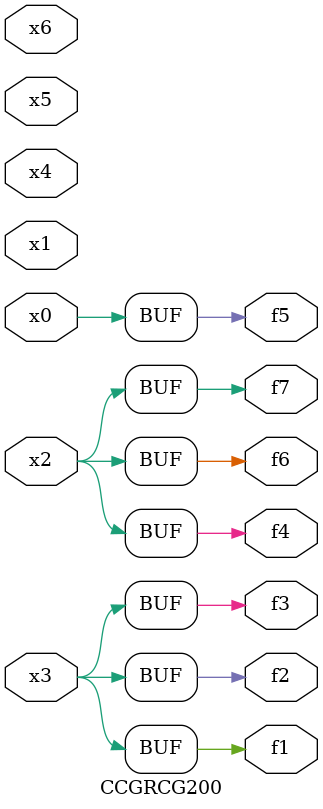
<source format=v>
module CCGRCG200(
	input x0, x1, x2, x3, x4, x5, x6,
	output f1, f2, f3, f4, f5, f6, f7
);
	assign f1 = x3;
	assign f2 = x3;
	assign f3 = x3;
	assign f4 = x2;
	assign f5 = x0;
	assign f6 = x2;
	assign f7 = x2;
endmodule

</source>
